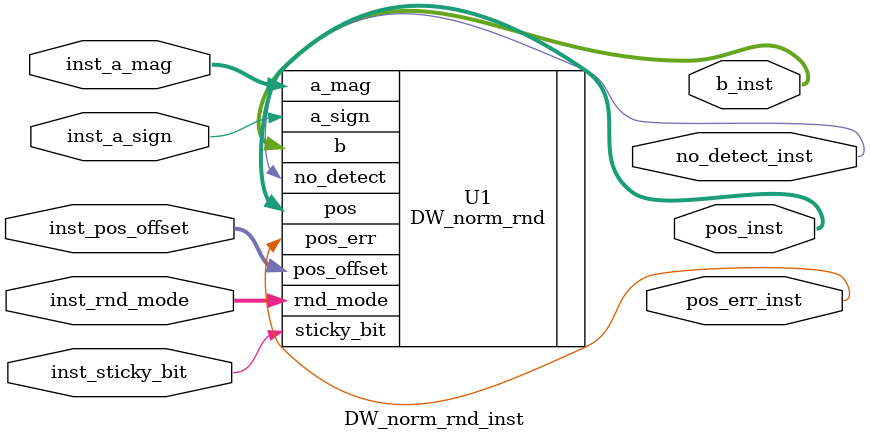
<source format=v>
module DW_norm_rnd_inst( inst_a_mag, inst_pos_offset, inst_sticky_bit, inst_a_sign, inst_rnd_mode, 
		pos_err_inst, no_detect_inst, b_inst, pos_inst );

parameter a_width = 16;
parameter srch_wind = 4;
parameter exp_width = 4;
parameter b_width = 10;
parameter exp_ctr = 0;


input [a_width-1 : 0] inst_a_mag;
input [exp_width-1 : 0] inst_pos_offset;
input inst_sticky_bit;
input inst_a_sign;
input [2 : 0] inst_rnd_mode;
output pos_err_inst;
output no_detect_inst;
output [b_width-1 : 0] b_inst;
output [exp_width-1 : 0] pos_inst;

    // Instance of DW_norm_rnd
    DW_norm_rnd #(a_width, srch_wind, exp_width, b_width, exp_ctr)
	  U1 ( .a_mag(inst_a_mag), .pos_offset(inst_pos_offset), .sticky_bit(inst_sticky_bit), .a_sign(inst_a_sign), .rnd_mode(inst_rnd_mode), .pos_err(pos_err_inst), .no_detect(no_detect_inst), .b(b_inst), .pos(pos_inst) );

endmodule

</source>
